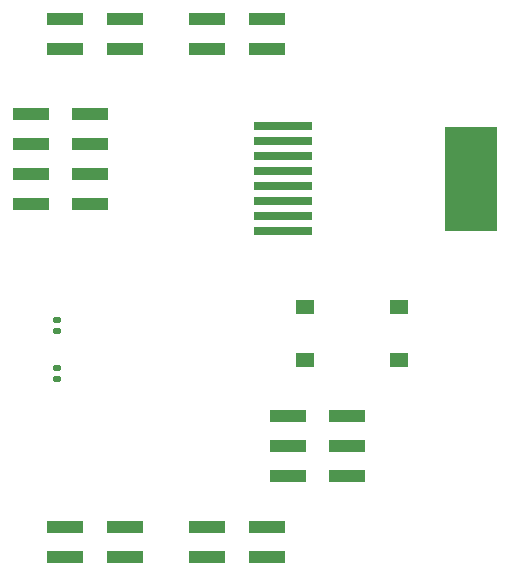
<source format=gbr>
%TF.GenerationSoftware,KiCad,Pcbnew,8.0.7*%
%TF.CreationDate,2024-12-22T15:55:51+01:00*%
%TF.ProjectId,circuit,63697263-7569-4742-9e6b-696361645f70,rev?*%
%TF.SameCoordinates,Original*%
%TF.FileFunction,Paste,Top*%
%TF.FilePolarity,Positive*%
%FSLAX46Y46*%
G04 Gerber Fmt 4.6, Leading zero omitted, Abs format (unit mm)*
G04 Created by KiCad (PCBNEW 8.0.7) date 2024-12-22 15:55:51*
%MOMM*%
%LPD*%
G01*
G04 APERTURE LIST*
G04 Aperture macros list*
%AMRoundRect*
0 Rectangle with rounded corners*
0 $1 Rounding radius*
0 $2 $3 $4 $5 $6 $7 $8 $9 X,Y pos of 4 corners*
0 Add a 4 corners polygon primitive as box body*
4,1,4,$2,$3,$4,$5,$6,$7,$8,$9,$2,$3,0*
0 Add four circle primitives for the rounded corners*
1,1,$1+$1,$2,$3*
1,1,$1+$1,$4,$5*
1,1,$1+$1,$6,$7*
1,1,$1+$1,$8,$9*
0 Add four rect primitives between the rounded corners*
20,1,$1+$1,$2,$3,$4,$5,0*
20,1,$1+$1,$4,$5,$6,$7,0*
20,1,$1+$1,$6,$7,$8,$9,0*
20,1,$1+$1,$8,$9,$2,$3,0*%
G04 Aperture macros list end*
%ADD10RoundRect,0.140000X0.170000X-0.140000X0.170000X0.140000X-0.170000X0.140000X-0.170000X-0.140000X0*%
%ADD11RoundRect,0.140000X-0.170000X0.140000X-0.170000X-0.140000X0.170000X-0.140000X0.170000X0.140000X0*%
%ADD12R,3.150000X1.000000*%
%ADD13R,5.000000X0.760000*%
%ADD14R,4.500000X8.800000*%
%ADD15R,1.550000X1.300000*%
G04 APERTURE END LIST*
D10*
%TO.C,C2*%
X221800000Y-77180000D03*
X221800000Y-76220000D03*
%TD*%
D11*
%TO.C,C1*%
X221800000Y-72150000D03*
X221800000Y-73110000D03*
%TD*%
D12*
%TO.C,J1.4*%
X239525000Y-92270000D03*
X234475000Y-92270000D03*
X239525000Y-89730000D03*
X234475000Y-89730000D03*
%TD*%
%TO.C,J1.3*%
X222475000Y-89730000D03*
X227525000Y-89730000D03*
X222475000Y-92270000D03*
X227525000Y-92270000D03*
%TD*%
%TO.C,J1.1*%
X222475000Y-46730000D03*
X227525000Y-46730000D03*
X222475000Y-49270000D03*
X227525000Y-49270000D03*
%TD*%
%TO.C,J1*%
X219550000Y-54760000D03*
X224600000Y-54760000D03*
X219550000Y-57300000D03*
X224600000Y-57300000D03*
X219550000Y-59840000D03*
X224600000Y-59840000D03*
X219550000Y-62380000D03*
X224600000Y-62380000D03*
%TD*%
D13*
%TO.C,J4*%
X240920000Y-64645000D03*
X240920000Y-63375000D03*
X240920000Y-62105000D03*
X240920000Y-60835000D03*
X240920000Y-59565000D03*
X240920000Y-58295000D03*
X240920000Y-57025000D03*
X240920000Y-55755000D03*
D14*
X256850000Y-60200000D03*
%TD*%
D12*
%TO.C,J3*%
X241300000Y-80320000D03*
X246350000Y-80320000D03*
X241300000Y-82860000D03*
X246350000Y-82860000D03*
X241300000Y-85400000D03*
X246350000Y-85400000D03*
%TD*%
D15*
%TO.C,SW1*%
X250700000Y-75600000D03*
X242750000Y-75600000D03*
X250700000Y-71100000D03*
X242750000Y-71100000D03*
%TD*%
D12*
%TO.C,J1.2*%
X234475000Y-46730000D03*
X239525000Y-46730000D03*
X234475000Y-49270000D03*
X239525000Y-49270000D03*
%TD*%
M02*

</source>
